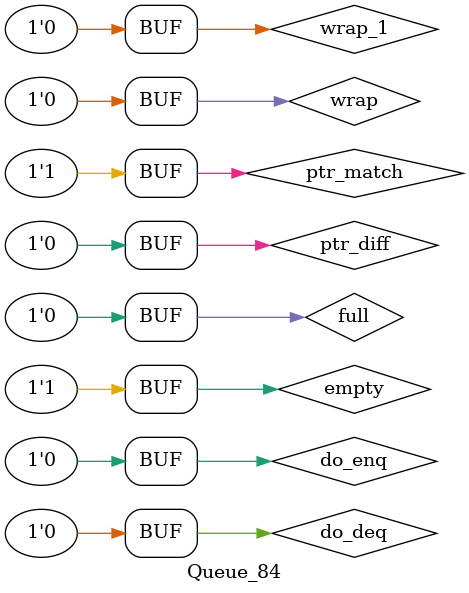
<source format=sv>
`ifndef RANDOMIZE
  `ifdef RANDOMIZE_MEM_INIT
    `define RANDOMIZE
  `endif // RANDOMIZE_MEM_INIT
`endif // not def RANDOMIZE
`ifndef RANDOMIZE
  `ifdef RANDOMIZE_REG_INIT
    `define RANDOMIZE
  `endif // RANDOMIZE_REG_INIT
`endif // not def RANDOMIZE

`ifndef RANDOM
  `define RANDOM $random
`endif // not def RANDOM

// Users can define INIT_RANDOM as general code that gets injected into the
// initializer block for modules with registers.
`ifndef INIT_RANDOM
  `define INIT_RANDOM
`endif // not def INIT_RANDOM

// If using random initialization, you can also define RANDOMIZE_DELAY to
// customize the delay used, otherwise 0.002 is used.
`ifndef RANDOMIZE_DELAY
  `define RANDOMIZE_DELAY 0.002
`endif // not def RANDOMIZE_DELAY

// Define INIT_RANDOM_PROLOG_ for use in our modules below.
`ifndef INIT_RANDOM_PROLOG_
  `ifdef RANDOMIZE
    `ifdef VERILATOR
      `define INIT_RANDOM_PROLOG_ `INIT_RANDOM
    `else  // VERILATOR
      `define INIT_RANDOM_PROLOG_ `INIT_RANDOM #`RANDOMIZE_DELAY begin end
    `endif // VERILATOR
  `else  // RANDOMIZE
    `define INIT_RANDOM_PROLOG_
  `endif // RANDOMIZE
`endif // not def INIT_RANDOM_PROLOG_

// Include register initializers in init blocks unless synthesis is set
`ifndef SYNTHESIS
  `ifndef ENABLE_INITIAL_REG_
    `define ENABLE_INITIAL_REG_
  `endif // not def ENABLE_INITIAL_REG_
`endif // not def SYNTHESIS

// Include rmemory initializers in init blocks unless synthesis is set
`ifndef SYNTHESIS
  `ifndef ENABLE_INITIAL_MEM_
    `define ENABLE_INITIAL_MEM_
  `endif // not def ENABLE_INITIAL_MEM_
`endif // not def SYNTHESIS

// Standard header to adapt well known macros for prints and assertions.

// Users can define 'PRINTF_COND' to add an extra gate to prints.
`ifndef PRINTF_COND_
  `ifdef PRINTF_COND
    `define PRINTF_COND_ (`PRINTF_COND)
  `else  // PRINTF_COND
    `define PRINTF_COND_ 1
  `endif // PRINTF_COND
`endif // not def PRINTF_COND_

// Users can define 'ASSERT_VERBOSE_COND' to add an extra gate to assert error printing.
`ifndef ASSERT_VERBOSE_COND_
  `ifdef ASSERT_VERBOSE_COND
    `define ASSERT_VERBOSE_COND_ (`ASSERT_VERBOSE_COND)
  `else  // ASSERT_VERBOSE_COND
    `define ASSERT_VERBOSE_COND_ 1
  `endif // ASSERT_VERBOSE_COND
`endif // not def ASSERT_VERBOSE_COND_

// Users can define 'STOP_COND' to add an extra gate to stop conditions.
`ifndef STOP_COND_
  `ifdef STOP_COND
    `define STOP_COND_ (`STOP_COND)
  `else  // STOP_COND
    `define STOP_COND_ 1
  `endif // STOP_COND
`endif // not def STOP_COND_

module Queue_84();
  wire ptr_match = 1'h1;	// src/main/scala/chisel3/util/Decoupled.scala:278:33, :279:25
  wire empty = 1'h1;	// src/main/scala/chisel3/util/Decoupled.scala:278:33, :279:25
  wire full = 1'h0;	// src/main/scala/chisel3/util/Counter.scala:73:24, src/main/scala/chisel3/util/Decoupled.scala:280:24, :281:27, :282:27, :327:32
  wire do_enq = 1'h0;	// src/main/scala/chisel3/util/Counter.scala:73:24, src/main/scala/chisel3/util/Decoupled.scala:280:24, :281:27, :282:27, :327:32
  wire do_deq = 1'h0;	// src/main/scala/chisel3/util/Counter.scala:73:24, src/main/scala/chisel3/util/Decoupled.scala:280:24, :281:27, :282:27, :327:32
  wire wrap = 1'h0;	// src/main/scala/chisel3/util/Counter.scala:73:24, src/main/scala/chisel3/util/Decoupled.scala:280:24, :281:27, :282:27, :327:32
  wire wrap_1 = 1'h0;	// src/main/scala/chisel3/util/Counter.scala:73:24, src/main/scala/chisel3/util/Decoupled.scala:280:24, :281:27, :282:27, :327:32
  wire ptr_diff = 1'h0;	// src/main/scala/chisel3/util/Counter.scala:73:24, src/main/scala/chisel3/util/Decoupled.scala:280:24, :281:27, :282:27, :327:32
endmodule


</source>
